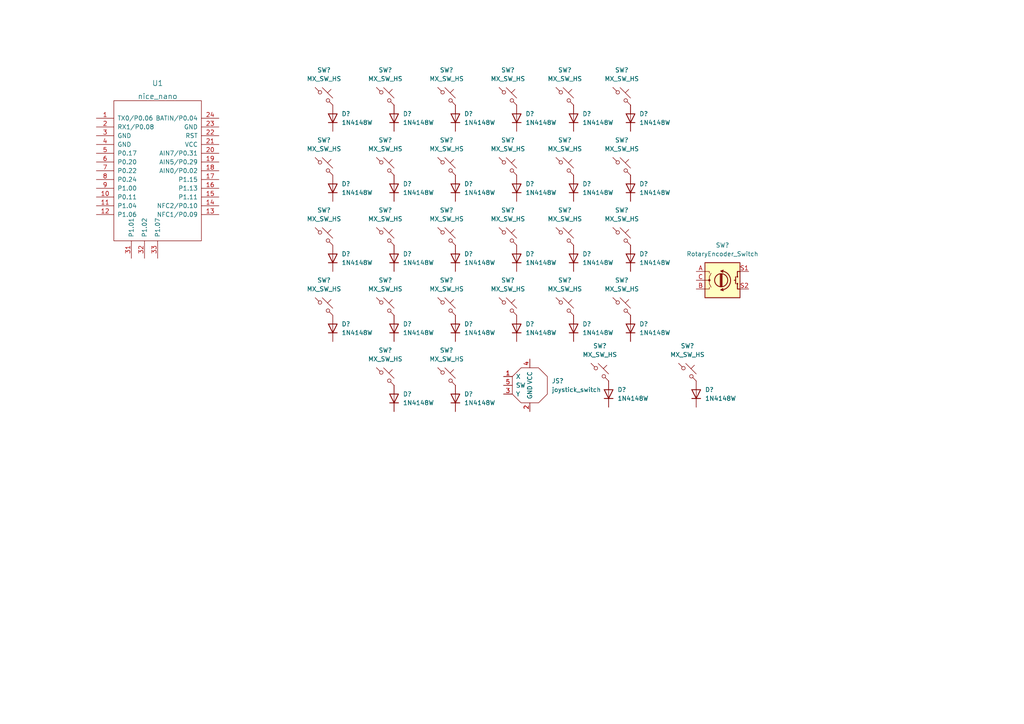
<source format=kicad_sch>
(kicad_sch (version 20211123) (generator eeschema)
  (paper "A4")
  (lib_symbols
    (symbol "Device:RotaryEncoder_Switch" (pin_names (offset 0.254) hide)
      (property "Reference" "SW" (at 0 6.604 0))
      (property "Value" "RotaryEncoder_Switch" (at 0 -6.604 0))
      (symbol "RotaryEncoder_Switch_0_1"
        (rectangle (start -5.08 5.08) (end 5.08 -5.08) (stroke (width 0.254)) (fill (type background)))
        (circle (center -3.81 0) (radius 0.254) (fill (type outline)))
        (arc (start -0.381 -2.794) (mid 2.3622 -0.0508) (end -0.381 2.667) (stroke (width 0.254)))
        (circle (center -0.381 0) (radius 1.905) (stroke (width 0.254)))
        (polyline (pts (xy -0.635 -1.778) (xy -0.635 1.778)) (stroke (width 0.254)))
        (polyline (pts (xy -0.381 -1.778) (xy -0.381 1.778)) (stroke (width 0.254)))
        (polyline (pts (xy -0.127 1.778) (xy -0.127 -1.778)) (stroke (width 0.254)))
        (polyline (pts (xy 3.81 0) (xy 3.429 0)) (stroke (width 0.254)))
        (polyline (pts (xy 3.81 1.016) (xy 3.81 -1.016)) (stroke (width 0.254)))
        (polyline (pts (xy -5.08 -2.54) (xy -3.81 -2.54) (xy -3.81 -2.032)))
        (polyline (pts (xy -5.08 2.54) (xy -3.81 2.54) (xy -3.81 2.032)))
        (polyline (pts (xy 0.254 -3.048) (xy -0.508 -2.794) (xy 0.127 -2.413)) (stroke (width 0.254)))
        (polyline (pts (xy 0.254 2.921) (xy -0.508 2.667) (xy 0.127 2.286)) (stroke (width 0.254)))
        (polyline (pts (xy 5.08 -2.54) (xy 4.318 -2.54) (xy 4.318 -1.016)) (stroke (width 0.254)))
        (polyline (pts (xy 5.08 2.54) (xy 4.318 2.54) (xy 4.318 1.016)) (stroke (width 0.254)))
        (polyline (pts (xy -5.08 0) (xy -3.81 0) (xy -3.81 -1.016) (xy -3.302 -2.032)))
        (polyline (pts (xy -4.318 0) (xy -3.81 0) (xy -3.81 1.016) (xy -3.302 2.032)))
        (circle (center 4.318 -1.016) (radius 0.127) (stroke (width 0.254)))
        (circle (center 4.318 1.016) (radius 0.127) (stroke (width 0.254)))
      )
      (symbol "RotaryEncoder_Switch_1_1"
        (pin passive line (at -7.62 2.54 0) (length 2.54) (name "A") (number "A"))
        (pin passive line (at -7.62 -2.54 0) (length 2.54) (name "B") (number "B"))
        (pin passive line (at -7.62 0 0) (length 2.54) (name "C") (number "C"))
        (pin passive line (at 7.62 2.54 180) (length 2.54) (name "S1") (number "S1"))
        (pin passive line (at 7.62 -2.54 180) (length 2.54) (name "S2") (number "S2"))
      )
    )
    (symbol "Diode:1N4148W" (pin_numbers hide) (pin_names hide)
      (property "Reference" "D" (at 0 2.54 0))
      (property "Value" "1N4148W" (at 0 -2.54 0))
      (symbol "1N4148W_0_1"
        (polyline (pts (xy -1.27 1.27) (xy -1.27 -1.27)) (stroke (width 0.254)))
        (polyline (pts (xy 1.27 0) (xy -1.27 0)))
        (polyline (pts (xy 1.27 1.27) (xy 1.27 -1.27) (xy -1.27 0) (xy 1.27 1.27)) (stroke (width 0.254)))
      )
      (symbol "1N4148W_1_1"
        (pin passive line (at -3.81 0 0) (length 2.54) (name "K") (number "1"))
        (pin passive line (at 3.81 0 180) (length 2.54) (name "A") (number "2"))
      )
    )
    (symbol "marbastlib-mx:MX_SW_HS" (pin_numbers hide) (pin_names (offset 1.016) hide)
      (property "Reference" "SW" (at 3.048 1.016 0))
      (property "Value" "MX_SW_HS" (at 0 -3.81 0))
      (symbol "MX_SW_HS_0_1"
        (circle (center -1.1684 1.1684) (radius 0.508))
        (polyline (pts (xy -0.508 2.54) (xy 2.54 -0.508)))
        (polyline (pts (xy 1.016 1.016) (xy 2.032 2.032)))
        (polyline (pts (xy -2.54 2.54) (xy -1.524 1.524) (xy -1.524 1.524)))
        (polyline (pts (xy 1.524 -1.524) (xy 2.54 -2.54) (xy 2.54 -2.54) (xy 2.54 -2.54)))
        (circle (center 1.143 -1.1938) (radius 0.508))
        (pin passive line (at -2.54 2.54 0) (length 0) (name "1") (number "1"))
        (pin passive line (at 2.54 -2.54 180) (length 0) (name "2") (number "2"))
      )
    )
    (symbol "marbastlib-various:joystick_switch" (pin_names (offset 1.016))
      (property "Reference" "JS" (at -5.08 5.08 0))
      (property "Value" "joystick_switch" (at -8.89 7.62 0))
      (symbol "joystick_switch_0_1"
        (polyline (pts (xy -5.08 2.54) (xy -5.08 -2.54) (xy -2.54 -5.08) (xy 1.27 -5.08) (xy 2.54 -5.08) (xy 5.08 -2.54) (xy 5.08 2.54) (xy 2.54 5.08) (xy -2.54 5.08) (xy -5.08 2.54)))
      )
      (symbol "joystick_switch_1_1"
        (pin output line (at -7.62 2.54 0) (length 2.54) (name "X") (number "1"))
        (pin power_in line (at 0 -7.62 90) (length 2.54) (name "GND") (number "2"))
        (pin output line (at -7.62 -2.54 0) (length 2.54) (name "Y") (number "3"))
        (pin power_in line (at 0 7.62 270) (length 2.54) (name "VCC") (number "4"))
        (pin output line (at -7.62 0 0) (length 2.54) (name "SW") (number "5"))
      )
    )
    (symbol "nice_nano:nice_nano" (pin_names (offset 1.016))
      (property "Reference" "U" (at 0 0 0))
      (property "Value" "nice_nano" (at 0 2.54 0))
      (symbol "nice_nano_0_1"
        (rectangle (start -12.7 -21.59) (end 12.7 19.05))
      )
      (symbol "nice_nano_1_1"
        (pin input line (at -17.78 13.97 0) (length 5.08) (name "TX0/P0.06") (number "1"))
        (pin input line (at -17.78 -8.89 0) (length 5.08) (name "P0.11") (number "10"))
        (pin input line (at -17.78 -11.43 0) (length 5.08) (name "P1.04") (number "11"))
        (pin input line (at -17.78 -13.97 0) (length 5.08) (name "P1.06") (number "12"))
        (pin input line (at 17.78 -13.97 180) (length 5.08) (name "NFC1/P0.09") (number "13"))
        (pin input line (at 17.78 -11.43 180) (length 5.08) (name "NFC2/P0.10") (number "14"))
        (pin input line (at 17.78 -8.89 180) (length 5.08) (name "P1.11") (number "15"))
        (pin input line (at 17.78 -6.35 180) (length 5.08) (name "P1.13") (number "16"))
        (pin input line (at 17.78 -3.81 180) (length 5.08) (name "P1.15") (number "17"))
        (pin input line (at 17.78 -1.27 180) (length 5.08) (name "AIN0/P0.02") (number "18"))
        (pin input line (at 17.78 1.27 180) (length 5.08) (name "AIN5/P0.29") (number "19"))
        (pin input line (at -17.78 11.43 0) (length 5.08) (name "RX1/P0.08") (number "2"))
        (pin input line (at 17.78 3.81 180) (length 5.08) (name "AIN7/P0.31") (number "20"))
        (pin input line (at 17.78 6.35 180) (length 5.08) (name "VCC") (number "21"))
        (pin input line (at 17.78 8.89 180) (length 5.08) (name "RST") (number "22"))
        (pin input line (at 17.78 11.43 180) (length 5.08) (name "GND") (number "23"))
        (pin input line (at 17.78 13.97 180) (length 5.08) (name "BATIN/P0.04") (number "24"))
        (pin input line (at -17.78 8.89 0) (length 5.08) (name "GND") (number "3"))
        (pin input line (at -7.62 -26.67 90) (length 5.08) (name "P1.01") (number "31"))
        (pin input line (at -3.81 -26.67 90) (length 5.08) (name "P1.02") (number "32"))
        (pin input line (at 0 -26.67 90) (length 5.08) (name "P1.07") (number "33"))
        (pin input line (at -17.78 6.35 0) (length 5.08) (name "GND") (number "4"))
        (pin input line (at -17.78 3.81 0) (length 5.08) (name "P0.17") (number "5"))
        (pin input line (at -17.78 1.27 0) (length 5.08) (name "P0.20") (number "6"))
        (pin input line (at -17.78 -1.27 0) (length 5.08) (name "P0.22") (number "7"))
        (pin input line (at -17.78 -3.81 0) (length 5.08) (name "P0.24") (number "8"))
        (pin input line (at -17.78 -6.35 0) (length 5.08) (name "P1.00") (number "9"))
      )
    )
  )
  (symbol (lib_id "Diode:1N4148W") (at 96.52 54.61 90) (unit 1)
    (property "Reference" "D?" (at 99.06 53.3399 90) (effects (justify right)))
    (property "Value" "1N4148W" (at 99.06 55.8799 90) (effects (justify right)))
    (property "Footprint" "Diode_SMD:D_SOD-123" (effects hide))
    (property "Datasheet" "https://www.vishay.com/docs/85748/1n4148w.pdf" (effects hide))
  )
  (symbol (lib_id "Diode:1N4148W") (at 96.52 74.93 90) (unit 1)
    (property "Reference" "D?" (at 99.06 73.6599 90) (effects (justify right)))
    (property "Value" "1N4148W" (at 99.06 76.1999 90) (effects (justify right)))
    (property "Footprint" "Diode_SMD:D_SOD-123" (effects hide))
    (property "Datasheet" "https://www.vishay.com/docs/85748/1n4148w.pdf" (effects hide))
  )
  (symbol (lib_id "marbastlib-mx:MX_SW_HS") (at 111.76 68.58 0) (unit 1)
    (property "Reference" "SW?" (at 111.76 60.96 0))
    (property "Value" "MX_SW_HS" (at 111.76 63.5 0))
    (property "Footprint" "marbastlib-mx:SW_MX_HS_1u" (effects hide))
  )
  (symbol (lib_id "marbastlib-mx:MX_SW_HS") (at 93.98 88.9 0) (unit 1)
    (property "Reference" "SW?" (at 93.98 81.28 0))
    (property "Value" "MX_SW_HS" (at 93.98 83.82 0))
    (property "Footprint" "marbastlib-mx:SW_MX_HS_1u" (effects hide))
  )
  (symbol (lib_id "Diode:1N4148W") (at 166.37 95.25 90) (unit 1)
    (property "Reference" "D?" (at 168.91 93.9799 90) (effects (justify right)))
    (property "Value" "1N4148W" (at 168.91 96.5199 90) (effects (justify right)))
    (property "Footprint" "Diode_SMD:D_SOD-123" (effects hide))
    (property "Datasheet" "https://www.vishay.com/docs/85748/1n4148w.pdf" (effects hide))
  )
  (symbol (lib_id "marbastlib-mx:MX_SW_HS") (at 163.83 68.58 0) (unit 1)
    (property "Reference" "SW?" (at 163.83 60.96 0))
    (property "Value" "MX_SW_HS" (at 163.83 63.5 0))
    (property "Footprint" "marbastlib-mx:SW_MX_HS_1u" (effects hide))
  )
  (symbol (lib_id "nice_nano:nice_nano") (at 45.72 48.26 0) (unit 1)
    (property "Reference" "U1" (at 45.72 24.13 0) (effects (font (size 1.524 1.524))))
    (property "Value" "nice_nano" (at 45.72 27.94 0) (effects (font (size 1.524 1.524))))
    (property "Footprint" "nice-nano-kicad-master:nice_nano" (effects hide))
  )
  (symbol (lib_id "marbastlib-mx:MX_SW_HS") (at 199.39 107.95 0) (unit 1)
    (property "Reference" "SW?" (at 199.39 100.33 0))
    (property "Value" "MX_SW_HS" (at 199.39 102.87 0))
    (property "Footprint" "marbastlib-mx:SW_MX_HS_1u" (effects hide))
  )
  (symbol (lib_id "Diode:1N4148W") (at 114.3 74.93 90) (unit 1)
    (property "Reference" "D?" (at 116.84 73.6599 90) (effects (justify right)))
    (property "Value" "1N4148W" (at 116.84 76.1999 90) (effects (justify right)))
    (property "Footprint" "Diode_SMD:D_SOD-123" (effects hide))
    (property "Datasheet" "https://www.vishay.com/docs/85748/1n4148w.pdf" (effects hide))
  )
  (symbol (lib_id "marbastlib-mx:MX_SW_HS") (at 93.98 48.26 0) (unit 1)
    (property "Reference" "SW?" (at 93.98 40.64 0))
    (property "Value" "MX_SW_HS" (at 93.98 43.18 0))
    (property "Footprint" "marbastlib-mx:SW_MX_HS_1u" (effects hide))
  )
  (symbol (lib_id "marbastlib-mx:MX_SW_HS") (at 111.76 27.94 0) (unit 1)
    (property "Reference" "SW?" (at 111.76 20.32 0))
    (property "Value" "MX_SW_HS" (at 111.76 22.86 0))
    (property "Footprint" "marbastlib-mx:SW_MX_HS_1u" (effects hide))
  )
  (symbol (lib_id "marbastlib-mx:MX_SW_HS") (at 180.34 48.26 0) (unit 1)
    (property "Reference" "SW?" (at 180.34 40.64 0))
    (property "Value" "MX_SW_HS" (at 180.34 43.18 0))
    (property "Footprint" "marbastlib-mx:SW_MX_HS_1u" (effects hide))
  )
  (symbol (lib_id "Diode:1N4148W") (at 149.86 74.93 90) (unit 1)
    (property "Reference" "D?" (at 152.4 73.6599 90) (effects (justify right)))
    (property "Value" "1N4148W" (at 152.4 76.1999 90) (effects (justify right)))
    (property "Footprint" "Diode_SMD:D_SOD-123" (effects hide))
    (property "Datasheet" "https://www.vishay.com/docs/85748/1n4148w.pdf" (effects hide))
  )
  (symbol (lib_id "Diode:1N4148W") (at 96.52 95.25 90) (unit 1)
    (property "Reference" "D?" (at 99.06 93.9799 90) (effects (justify right)))
    (property "Value" "1N4148W" (at 99.06 96.5199 90) (effects (justify right)))
    (property "Footprint" "Diode_SMD:D_SOD-123" (effects hide))
    (property "Datasheet" "https://www.vishay.com/docs/85748/1n4148w.pdf" (effects hide))
  )
  (symbol (lib_id "Diode:1N4148W") (at 182.88 95.25 90) (unit 1)
    (property "Reference" "D?" (at 185.42 93.9799 90) (effects (justify right)))
    (property "Value" "1N4148W" (at 185.42 96.5199 90) (effects (justify right)))
    (property "Footprint" "Diode_SMD:D_SOD-123" (effects hide))
    (property "Datasheet" "https://www.vishay.com/docs/85748/1n4148w.pdf" (effects hide))
  )
  (symbol (lib_id "Diode:1N4148W") (at 96.52 34.29 90) (unit 1)
    (property "Reference" "D?" (at 99.06 33.0199 90) (effects (justify right)))
    (property "Value" "1N4148W" (at 99.06 35.5599 90) (effects (justify right)))
    (property "Footprint" "Diode_SMD:D_SOD-123" (effects hide))
    (property "Datasheet" "https://www.vishay.com/docs/85748/1n4148w.pdf" (effects hide))
  )
  (symbol (lib_id "marbastlib-mx:MX_SW_HS") (at 129.54 48.26 0) (unit 1)
    (property "Reference" "SW?" (at 129.54 40.64 0))
    (property "Value" "MX_SW_HS" (at 129.54 43.18 0))
    (property "Footprint" "marbastlib-mx:SW_MX_HS_1u" (effects hide))
  )
  (symbol (lib_id "Diode:1N4148W") (at 149.86 54.61 90) (unit 1)
    (property "Reference" "D?" (at 152.4 53.3399 90) (effects (justify right)))
    (property "Value" "1N4148W" (at 152.4 55.8799 90) (effects (justify right)))
    (property "Footprint" "Diode_SMD:D_SOD-123" (effects hide))
    (property "Datasheet" "https://www.vishay.com/docs/85748/1n4148w.pdf" (effects hide))
  )
  (symbol (lib_id "marbastlib-mx:MX_SW_HS") (at 147.32 68.58 0) (unit 1)
    (property "Reference" "SW?" (at 147.32 60.96 0))
    (property "Value" "MX_SW_HS" (at 147.32 63.5 0))
    (property "Footprint" "marbastlib-mx:SW_MX_HS_1u" (effects hide))
  )
  (symbol (lib_id "marbastlib-various:joystick_switch") (at 153.67 111.76 0) (unit 1)
    (property "Reference" "JS?" (at 160.02 110.4899 0) (effects (justify left)))
    (property "Value" "joystick_switch" (at 160.02 113.0299 0) (effects (justify left)))
    (property "Footprint" "marbastlib-various:joystick_psp1000" (effects hide))
  )
  (symbol (lib_id "marbastlib-mx:MX_SW_HS") (at 147.32 48.26 0) (unit 1)
    (property "Reference" "SW?" (at 147.32 40.64 0))
    (property "Value" "MX_SW_HS" (at 147.32 43.18 0))
    (property "Footprint" "marbastlib-mx:SW_MX_HS_1u" (effects hide))
  )
  (symbol (lib_id "marbastlib-mx:MX_SW_HS") (at 129.54 109.22 0) (unit 1)
    (property "Reference" "SW?" (at 129.54 101.6 0))
    (property "Value" "MX_SW_HS" (at 129.54 104.14 0))
    (property "Footprint" "marbastlib-mx:SW_MX_HS_1u" (effects hide))
  )
  (symbol (lib_id "marbastlib-mx:MX_SW_HS") (at 93.98 27.94 0) (unit 1)
    (property "Reference" "SW?" (at 93.98 20.32 0))
    (property "Value" "MX_SW_HS" (at 93.98 22.86 0))
    (property "Footprint" "marbastlib-mx:SW_MX_HS_1u" (effects hide))
  )
  (symbol (lib_id "Diode:1N4148W") (at 201.93 114.3 90) (unit 1)
    (property "Reference" "D?" (at 204.47 113.0299 90) (effects (justify right)))
    (property "Value" "1N4148W" (at 204.47 115.5699 90) (effects (justify right)))
    (property "Footprint" "Diode_SMD:D_SOD-123" (effects hide))
    (property "Datasheet" "https://www.vishay.com/docs/85748/1n4148w.pdf" (effects hide))
  )
  (symbol (lib_id "marbastlib-mx:MX_SW_HS") (at 111.76 109.22 0) (unit 1)
    (property "Reference" "SW?" (at 111.76 101.6 0))
    (property "Value" "MX_SW_HS" (at 111.76 104.14 0))
    (property "Footprint" "marbastlib-mx:SW_MX_HS_1u" (effects hide))
  )
  (symbol (lib_id "Diode:1N4148W") (at 149.86 34.29 90) (unit 1)
    (property "Reference" "D?" (at 152.4 33.0199 90) (effects (justify right)))
    (property "Value" "1N4148W" (at 152.4 35.5599 90) (effects (justify right)))
    (property "Footprint" "Diode_SMD:D_SOD-123" (effects hide))
    (property "Datasheet" "https://www.vishay.com/docs/85748/1n4148w.pdf" (effects hide))
  )
  (symbol (lib_id "marbastlib-mx:MX_SW_HS") (at 173.99 107.95 0) (unit 1)
    (property "Reference" "SW?" (at 173.99 100.33 0))
    (property "Value" "MX_SW_HS" (at 173.99 102.87 0))
    (property "Footprint" "marbastlib-mx:SW_MX_HS_1u" (effects hide))
  )
  (symbol (lib_id "marbastlib-mx:MX_SW_HS") (at 147.32 88.9 0) (unit 1)
    (property "Reference" "SW?" (at 147.32 81.28 0))
    (property "Value" "MX_SW_HS" (at 147.32 83.82 0))
    (property "Footprint" "marbastlib-mx:SW_MX_HS_1u" (effects hide))
  )
  (symbol (lib_id "marbastlib-mx:MX_SW_HS") (at 111.76 48.26 0) (unit 1)
    (property "Reference" "SW?" (at 111.76 40.64 0))
    (property "Value" "MX_SW_HS" (at 111.76 43.18 0))
    (property "Footprint" "marbastlib-mx:SW_MX_HS_1u" (effects hide))
  )
  (symbol (lib_id "Diode:1N4148W") (at 132.08 115.57 90) (unit 1)
    (property "Reference" "D?" (at 134.62 114.2999 90) (effects (justify right)))
    (property "Value" "1N4148W" (at 134.62 116.8399 90) (effects (justify right)))
    (property "Footprint" "Diode_SMD:D_SOD-123" (effects hide))
    (property "Datasheet" "https://www.vishay.com/docs/85748/1n4148w.pdf" (effects hide))
  )
  (symbol (lib_id "Diode:1N4148W") (at 176.53 114.3 90) (unit 1)
    (property "Reference" "D?" (at 179.07 113.0299 90) (effects (justify right)))
    (property "Value" "1N4148W" (at 179.07 115.5699 90) (effects (justify right)))
    (property "Footprint" "Diode_SMD:D_SOD-123" (effects hide))
    (property "Datasheet" "https://www.vishay.com/docs/85748/1n4148w.pdf" (effects hide))
  )
  (symbol (lib_id "Diode:1N4148W") (at 166.37 54.61 90) (unit 1)
    (property "Reference" "D?" (at 168.91 53.3399 90) (effects (justify right)))
    (property "Value" "1N4148W" (at 168.91 55.8799 90) (effects (justify right)))
    (property "Footprint" "Diode_SMD:D_SOD-123" (effects hide))
    (property "Datasheet" "https://www.vishay.com/docs/85748/1n4148w.pdf" (effects hide))
  )
  (symbol (lib_id "marbastlib-mx:MX_SW_HS") (at 180.34 27.94 0) (unit 1)
    (property "Reference" "SW?" (at 180.34 20.32 0))
    (property "Value" "MX_SW_HS" (at 180.34 22.86 0))
    (property "Footprint" "marbastlib-mx:SW_MX_HS_1u" (effects hide))
  )
  (symbol (lib_id "Diode:1N4148W") (at 166.37 74.93 90) (unit 1)
    (property "Reference" "D?" (at 168.91 73.6599 90) (effects (justify right)))
    (property "Value" "1N4148W" (at 168.91 76.1999 90) (effects (justify right)))
    (property "Footprint" "Diode_SMD:D_SOD-123" (effects hide))
    (property "Datasheet" "https://www.vishay.com/docs/85748/1n4148w.pdf" (effects hide))
  )
  (symbol (lib_id "Diode:1N4148W") (at 114.3 115.57 90) (unit 1)
    (property "Reference" "D?" (at 116.84 114.2999 90) (effects (justify right)))
    (property "Value" "1N4148W" (at 116.84 116.8399 90) (effects (justify right)))
    (property "Footprint" "Diode_SMD:D_SOD-123" (effects hide))
    (property "Datasheet" "https://www.vishay.com/docs/85748/1n4148w.pdf" (effects hide))
  )
  (symbol (lib_id "Diode:1N4148W") (at 114.3 95.25 90) (unit 1)
    (property "Reference" "D?" (at 116.84 93.9799 90) (effects (justify right)))
    (property "Value" "1N4148W" (at 116.84 96.5199 90) (effects (justify right)))
    (property "Footprint" "Diode_SMD:D_SOD-123" (effects hide))
    (property "Datasheet" "https://www.vishay.com/docs/85748/1n4148w.pdf" (effects hide))
  )
  (symbol (lib_id "marbastlib-mx:MX_SW_HS") (at 180.34 88.9 0) (unit 1)
    (property "Reference" "SW?" (at 180.34 81.28 0))
    (property "Value" "MX_SW_HS" (at 180.34 83.82 0))
    (property "Footprint" "marbastlib-mx:SW_MX_HS_1u" (effects hide))
  )
  (symbol (lib_id "Diode:1N4148W") (at 132.08 54.61 90) (unit 1)
    (property "Reference" "D?" (at 134.62 53.3399 90) (effects (justify right)))
    (property "Value" "1N4148W" (at 134.62 55.8799 90) (effects (justify right)))
    (property "Footprint" "Diode_SMD:D_SOD-123" (effects hide))
    (property "Datasheet" "https://www.vishay.com/docs/85748/1n4148w.pdf" (effects hide))
  )
  (symbol (lib_id "Diode:1N4148W") (at 182.88 34.29 90) (unit 1)
    (property "Reference" "D?" (at 185.42 33.0199 90) (effects (justify right)))
    (property "Value" "1N4148W" (at 185.42 35.5599 90) (effects (justify right)))
    (property "Footprint" "Diode_SMD:D_SOD-123" (effects hide))
    (property "Datasheet" "https://www.vishay.com/docs/85748/1n4148w.pdf" (effects hide))
  )
  (symbol (lib_id "marbastlib-mx:MX_SW_HS") (at 163.83 27.94 0) (unit 1)
    (property "Reference" "SW?" (at 163.83 20.32 0))
    (property "Value" "MX_SW_HS" (at 163.83 22.86 0))
    (property "Footprint" "marbastlib-mx:SW_MX_HS_1u" (effects hide))
  )
  (symbol (lib_id "marbastlib-mx:MX_SW_HS") (at 163.83 48.26 0) (unit 1)
    (property "Reference" "SW?" (at 163.83 40.64 0))
    (property "Value" "MX_SW_HS" (at 163.83 43.18 0))
    (property "Footprint" "marbastlib-mx:SW_MX_HS_1u" (effects hide))
  )
  (symbol (lib_id "Diode:1N4148W") (at 182.88 54.61 90) (unit 1)
    (property "Reference" "D?" (at 185.42 53.3399 90) (effects (justify right)))
    (property "Value" "1N4148W" (at 185.42 55.8799 90) (effects (justify right)))
    (property "Footprint" "Diode_SMD:D_SOD-123" (effects hide))
    (property "Datasheet" "https://www.vishay.com/docs/85748/1n4148w.pdf" (effects hide))
  )
  (symbol (lib_id "Diode:1N4148W") (at 132.08 95.25 90) (unit 1)
    (property "Reference" "D?" (at 134.62 93.9799 90) (effects (justify right)))
    (property "Value" "1N4148W" (at 134.62 96.5199 90) (effects (justify right)))
    (property "Footprint" "Diode_SMD:D_SOD-123" (effects hide))
    (property "Datasheet" "https://www.vishay.com/docs/85748/1n4148w.pdf" (effects hide))
  )
  (symbol (lib_id "Diode:1N4148W") (at 132.08 34.29 90) (unit 1)
    (property "Reference" "D?" (at 134.62 33.0199 90) (effects (justify right)))
    (property "Value" "1N4148W" (at 134.62 35.5599 90) (effects (justify right)))
    (property "Footprint" "Diode_SMD:D_SOD-123" (effects hide))
    (property "Datasheet" "https://www.vishay.com/docs/85748/1n4148w.pdf" (effects hide))
  )
  (symbol (lib_id "Diode:1N4148W") (at 114.3 54.61 90) (unit 1)
    (property "Reference" "D?" (at 116.84 53.3399 90) (effects (justify right)))
    (property "Value" "1N4148W" (at 116.84 55.8799 90) (effects (justify right)))
    (property "Footprint" "Diode_SMD:D_SOD-123" (effects hide))
    (property "Datasheet" "https://www.vishay.com/docs/85748/1n4148w.pdf" (effects hide))
  )
  (symbol (lib_id "marbastlib-mx:MX_SW_HS") (at 180.34 68.58 0) (unit 1)
    (property "Reference" "SW?" (at 180.34 60.96 0))
    (property "Value" "MX_SW_HS" (at 180.34 63.5 0))
    (property "Footprint" "marbastlib-mx:SW_MX_HS_1u" (effects hide))
  )
  (symbol (lib_id "Diode:1N4148W") (at 149.86 95.25 90) (unit 1)
    (property "Reference" "D?" (at 152.4 93.9799 90) (effects (justify right)))
    (property "Value" "1N4148W" (at 152.4 96.5199 90) (effects (justify right)))
    (property "Footprint" "Diode_SMD:D_SOD-123" (effects hide))
    (property "Datasheet" "https://www.vishay.com/docs/85748/1n4148w.pdf" (effects hide))
  )
  (symbol (lib_id "marbastlib-mx:MX_SW_HS") (at 147.32 27.94 0) (unit 1)
    (property "Reference" "SW?" (at 147.32 20.32 0))
    (property "Value" "MX_SW_HS" (at 147.32 22.86 0))
    (property "Footprint" "marbastlib-mx:SW_MX_HS_1u" (effects hide))
  )
  (symbol (lib_id "Diode:1N4148W") (at 182.88 74.93 90) (unit 1)
    (property "Reference" "D?" (at 185.42 73.6599 90) (effects (justify right)))
    (property "Value" "1N4148W" (at 185.42 76.1999 90) (effects (justify right)))
    (property "Footprint" "Diode_SMD:D_SOD-123" (effects hide))
    (property "Datasheet" "https://www.vishay.com/docs/85748/1n4148w.pdf" (effects hide))
  )
  (symbol (lib_id "marbastlib-mx:MX_SW_HS") (at 129.54 68.58 0) (unit 1)
    (property "Reference" "SW?" (at 129.54 60.96 0))
    (property "Value" "MX_SW_HS" (at 129.54 63.5 0))
    (property "Footprint" "marbastlib-mx:SW_MX_HS_1u" (effects hide))
  )
  (symbol (lib_id "marbastlib-mx:MX_SW_HS") (at 129.54 27.94 0) (unit 1)
    (property "Reference" "SW?" (at 129.54 20.32 0))
    (property "Value" "MX_SW_HS" (at 129.54 22.86 0))
    (property "Footprint" "marbastlib-mx:SW_MX_HS_1u" (effects hide))
  )
  (symbol (lib_id "Diode:1N4148W") (at 114.3 34.29 90) (unit 1)
    (property "Reference" "D?" (at 116.84 33.0199 90) (effects (justify right)))
    (property "Value" "1N4148W" (at 116.84 35.5599 90) (effects (justify right)))
    (property "Footprint" "Diode_SMD:D_SOD-123" (effects hide))
    (property "Datasheet" "https://www.vishay.com/docs/85748/1n4148w.pdf" (effects hide))
  )
  (symbol (lib_id "marbastlib-mx:MX_SW_HS") (at 129.54 88.9 0) (unit 1)
    (property "Reference" "SW?" (at 129.54 81.28 0))
    (property "Value" "MX_SW_HS" (at 129.54 83.82 0))
    (property "Footprint" "marbastlib-mx:SW_MX_HS_1u" (effects hide))
  )
  (symbol (lib_id "marbastlib-mx:MX_SW_HS") (at 163.83 88.9 0) (unit 1)
    (property "Reference" "SW?" (at 163.83 81.28 0))
    (property "Value" "MX_SW_HS" (at 163.83 83.82 0))
    (property "Footprint" "marbastlib-mx:SW_MX_HS_1u" (effects hide))
  )
  (symbol (lib_id "Diode:1N4148W") (at 166.37 34.29 90) (unit 1)
    (property "Reference" "D?" (at 168.91 33.0199 90) (effects (justify right)))
    (property "Value" "1N4148W" (at 168.91 35.5599 90) (effects (justify right)))
    (property "Footprint" "Diode_SMD:D_SOD-123" (effects hide))
    (property "Datasheet" "https://www.vishay.com/docs/85748/1n4148w.pdf" (effects hide))
  )
  (symbol (lib_id "Device:RotaryEncoder_Switch") (at 209.55 81.28 0) (unit 1)
    (property "Reference" "SW?" (at 209.55 71.12 0))
    (property "Value" "RotaryEncoder_Switch" (at 209.55 73.66 0))
  )
  (symbol (lib_id "Diode:1N4148W") (at 132.08 74.93 90) (unit 1)
    (property "Reference" "D?" (at 134.62 73.6599 90) (effects (justify right)))
    (property "Value" "1N4148W" (at 134.62 76.1999 90) (effects (justify right)))
    (property "Footprint" "Diode_SMD:D_SOD-123" (effects hide))
    (property "Datasheet" "https://www.vishay.com/docs/85748/1n4148w.pdf" (effects hide))
  )
  (symbol (lib_id "marbastlib-mx:MX_SW_HS") (at 111.76 88.9 0) (unit 1)
    (property "Reference" "SW?" (at 111.76 81.28 0))
    (property "Value" "MX_SW_HS" (at 111.76 83.82 0))
    (property "Footprint" "marbastlib-mx:SW_MX_HS_1u" (effects hide))
  )
  (symbol (lib_id "marbastlib-mx:MX_SW_HS") (at 93.98 68.58 0) (unit 1)
    (property "Reference" "SW?" (at 93.98 60.96 0))
    (property "Value" "MX_SW_HS" (at 93.98 63.5 0))
    (property "Footprint" "marbastlib-mx:SW_MX_HS_1u" (effects hide))
  )
)
</source>
